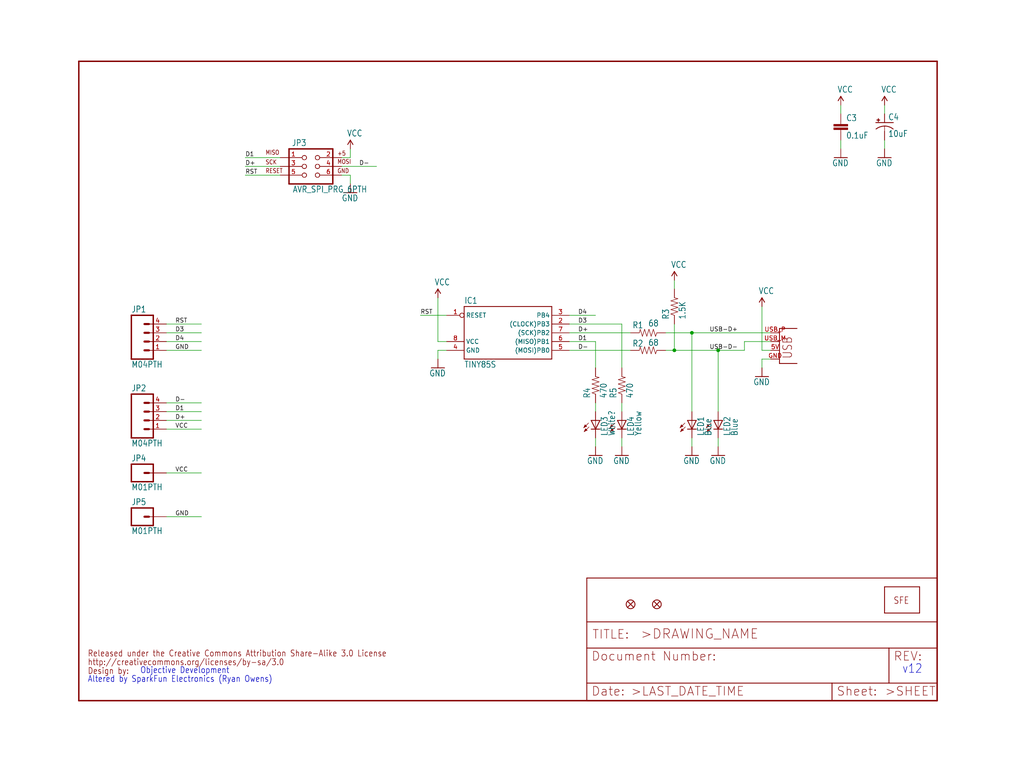
<source format=kicad_sch>
(kicad_sch (version 20211123) (generator eeschema)
  (paper "User" 297.002 223.926)
  (lib_symbols
    (symbol "eagleSchem-eagle-import:AVR_SPI_PRG_6PTH"
      (property "Value" "AVR_SPI_PRG_6PTH" (at -4.064 -7.62 0))
      (symbol "AVR_SPI_PRG_6PTH_1_0"
        (polyline (pts (xy -5.08 -5.08) (xy 7.62 -5.08)) (stroke (width 0.4064)))
        (polyline (pts (xy -5.08 5.08) (xy -5.08 -5.08)) (stroke (width 0.4064)))
        (polyline (pts (xy 7.62 -5.08) (xy 7.62 5.08)) (stroke (width 0.4064)))
        (polyline (pts (xy 7.62 5.08) (xy -5.08 5.08)) (stroke (width 0.4064)))
        (text "+5" (at 8.89 3.048 0) (effects (font (size 1.27 1.0795)) (justify left bottom)))
        (text "GND" (at 8.89 -2.032 0) (effects (font (size 1.27 1.0795)) (justify left bottom)))
        (text "MISO" (at -11.938 3.302 0) (effects (font (size 1.27 1.0795)) (justify left bottom)))
        (text "MOSI" (at 8.89 0.635 0) (effects (font (size 1.27 1.0795)) (justify left bottom)))
        (text "RESET" (at -11.938 -2.032 0) (effects (font (size 1.27 1.0795)) (justify left bottom)))
        (text "SCK" (at -11.938 0.508 0) (effects (font (size 1.27 1.0795)) (justify left bottom)))
        (pin passive inverted (at -7.62 2.54 0) (length 7.62) (name "1") (number "1"))
        (pin passive inverted (at 10.16 2.54 180) (length 7.62) (name "2") (number "2"))
        (pin passive inverted (at -7.62 0 0) (length 7.62) (name "3") (number "3"))
        (pin passive inverted (at 10.16 0 180) (length 7.62) (name "4") (number "4"))
        (pin passive inverted (at -7.62 -2.54 0) (length 7.62) (name "5") (number "5"))
        (pin passive inverted (at 10.16 -2.54 180) (length 7.62) (name "6") (number "6"))
      )
    )
    (symbol "eagleSchem-eagle-import:CAP0402-CAP"
      (property "Reference" "C" (at 1.524 2.921 0))
      (property "Value" "CAP0402-CAP" (at 1.524 -2.159 0))
      (symbol "CAP0402-CAP_1_0"
        (rectangle (start -2.032 0.508) (end 2.032 1.016) (fill (type outline)))
        (rectangle (start -2.032 1.524) (end 2.032 2.032) (fill (type outline)))
        (polyline (pts (xy 0 0) (xy 0 0.508)) (stroke (width 0.1524)))
        (polyline (pts (xy 0 2.54) (xy 0 2.032)) (stroke (width 0.1524)))
        (pin passive line (at 0 5.08 270) (length 2.54) (name "1") (number "1"))
        (pin passive line (at 0 -2.54 90) (length 2.54) (name "2") (number "2"))
      )
    )
    (symbol "eagleSchem-eagle-import:CAP_POL1206"
      (property "Reference" "C" (at 1.016 0.635 0))
      (property "Value" "CAP_POL1206" (at 1.016 -4.191 0))
      (symbol "CAP_POL1206_1_0"
        (rectangle (start -2.253 0.668) (end -1.364 0.795) (fill (type outline)))
        (rectangle (start -1.872 0.287) (end -1.745 1.176) (fill (type outline)))
        (arc (start 0 -1.0161) (mid -1.3021 -1.2302) (end -2.4669 -1.8504) (stroke (width 0.254)))
        (polyline (pts (xy -2.54 0) (xy 2.54 0)) (stroke (width 0.254)))
        (polyline (pts (xy 0 -1.016) (xy 0 -2.54)) (stroke (width 0.1524)))
        (arc (start 2.4892 -1.8542) (mid 1.3158 -1.2195) (end 0 -1) (stroke (width 0.254)))
        (pin passive line (at 0 2.54 270) (length 2.54) (name "+") (number "A"))
        (pin passive line (at 0 -5.08 90) (length 2.54) (name "-") (number "C"))
      )
    )
    (symbol "eagleSchem-eagle-import:CREATIVE_COMMONS"
      (symbol "CREATIVE_COMMONS_1_0"
        (text "Design by:" (at 0 0 0) (effects (font (size 1.778 1.5113)) (justify left bottom)))
        (text "http://creativecommons.org/licenses/by-sa/3.0" (at 0 2.54 0) (effects (font (size 1.778 1.5113)) (justify left bottom)))
        (text "Released under the Creative Commons Attribution Share-Alike 3.0 License" (at 0 5.08 0) (effects (font (size 1.778 1.5113)) (justify left bottom)))
      )
    )
    (symbol "eagleSchem-eagle-import:FIDUCIAL1X2"
      (symbol "FIDUCIAL1X2_1_0"
        (polyline (pts (xy -0.762 0.762) (xy 0.762 -0.762)) (stroke (width 0.254)))
        (polyline (pts (xy 0.762 0.762) (xy -0.762 -0.762)) (stroke (width 0.254)))
        (circle (center 0 0) (radius 1.27) (stroke (width 0.254)))
      )
    )
    (symbol "eagleSchem-eagle-import:FRAME-LETTER"
      (symbol "FRAME-LETTER_1_0"
        (polyline (pts (xy 0 0) (xy 248.92 0)) (stroke (width 0.4064)))
        (polyline (pts (xy 0 185.42) (xy 0 0)) (stroke (width 0.4064)))
        (polyline (pts (xy 0 185.42) (xy 248.92 185.42)) (stroke (width 0.4064)))
        (polyline (pts (xy 248.92 185.42) (xy 248.92 0)) (stroke (width 0.4064)))
      )
      (symbol "FRAME-LETTER_2_0"
        (polyline (pts (xy 0 0) (xy 0 5.08)) (stroke (width 0.254)))
        (polyline (pts (xy 0 0) (xy 71.12 0)) (stroke (width 0.254)))
        (polyline (pts (xy 0 5.08) (xy 0 15.24)) (stroke (width 0.254)))
        (polyline (pts (xy 0 5.08) (xy 71.12 5.08)) (stroke (width 0.254)))
        (polyline (pts (xy 0 15.24) (xy 0 22.86)) (stroke (width 0.254)))
        (polyline (pts (xy 0 22.86) (xy 0 35.56)) (stroke (width 0.254)))
        (polyline (pts (xy 0 22.86) (xy 101.6 22.86)) (stroke (width 0.254)))
        (polyline (pts (xy 71.12 0) (xy 101.6 0)) (stroke (width 0.254)))
        (polyline (pts (xy 71.12 5.08) (xy 71.12 0)) (stroke (width 0.254)))
        (polyline (pts (xy 71.12 5.08) (xy 87.63 5.08)) (stroke (width 0.254)))
        (polyline (pts (xy 87.63 5.08) (xy 101.6 5.08)) (stroke (width 0.254)))
        (polyline (pts (xy 87.63 15.24) (xy 0 15.24)) (stroke (width 0.254)))
        (polyline (pts (xy 87.63 15.24) (xy 87.63 5.08)) (stroke (width 0.254)))
        (polyline (pts (xy 101.6 5.08) (xy 101.6 0)) (stroke (width 0.254)))
        (polyline (pts (xy 101.6 15.24) (xy 87.63 15.24)) (stroke (width 0.254)))
        (polyline (pts (xy 101.6 15.24) (xy 101.6 5.08)) (stroke (width 0.254)))
        (polyline (pts (xy 101.6 22.86) (xy 101.6 15.24)) (stroke (width 0.254)))
        (polyline (pts (xy 101.6 35.56) (xy 0 35.56)) (stroke (width 0.254)))
        (polyline (pts (xy 101.6 35.56) (xy 101.6 22.86)) (stroke (width 0.254)))
        (text ">DRAWING_NAME" (at 15.494 17.78 0) (effects (font (size 2.7432 2.7432)) (justify left bottom)))
        (text ">LAST_DATE_TIME" (at 12.7 1.27 0) (effects (font (size 2.54 2.54)) (justify left bottom)))
        (text ">SHEET" (at 86.36 1.27 0) (effects (font (size 2.54 2.54)) (justify left bottom)))
        (text "Date:" (at 1.27 1.27 0) (effects (font (size 2.54 2.54)) (justify left bottom)))
        (text "Document Number:" (at 1.27 11.43 0) (effects (font (size 2.54 2.54)) (justify left bottom)))
        (text "REV:" (at 88.9 11.43 0) (effects (font (size 2.54 2.54)) (justify left bottom)))
        (text "Sheet:" (at 72.39 1.27 0) (effects (font (size 2.54 2.54)) (justify left bottom)))
        (text "TITLE:" (at 1.524 17.78 0) (effects (font (size 2.54 2.54)) (justify left bottom)))
      )
    )
    (symbol "eagleSchem-eagle-import:GND" (power)
      (property "Value" "GND" (at -2.54 -2.54 0))
      (symbol "GND_1_0"
        (polyline (pts (xy -1.905 0) (xy 1.905 0)) (stroke (width 0.254)))
        (pin power_in line (at 0 2.54 270) (length 2.54) (name "GND") (number "1"))
      )
    )
    (symbol "eagleSchem-eagle-import:LED0603"
      (property "Reference" "LED" (at 3.556 -4.572 90))
      (property "Value" "LED0603" (at 5.715 -4.572 90))
      (symbol "LED0603_1_0"
        (polyline (pts (xy -2.032 -0.762) (xy -3.429 -2.159)) (stroke (width 0.1524)))
        (polyline (pts (xy -1.905 -1.905) (xy -3.302 -3.302)) (stroke (width 0.1524)))
        (polyline (pts (xy 0 -2.54) (xy -1.27 -2.54)) (stroke (width 0.254)))
        (polyline (pts (xy 0 -2.54) (xy -1.27 0)) (stroke (width 0.254)))
        (polyline (pts (xy 0 0) (xy -1.27 0)) (stroke (width 0.254)))
        (polyline (pts (xy 0 0) (xy 0 -2.54)) (stroke (width 0.1524)))
        (polyline (pts (xy 1.27 -2.54) (xy 0 -2.54)) (stroke (width 0.254)))
        (polyline (pts (xy 1.27 0) (xy 0 -2.54)) (stroke (width 0.254)))
        (polyline (pts (xy 1.27 0) (xy 0 0)) (stroke (width 0.254)))
        (polyline (pts (xy -3.429 -2.159) (xy -3.048 -1.27) (xy -2.54 -1.778)) (fill (type outline)))
        (polyline (pts (xy -3.302 -3.302) (xy -2.921 -2.413) (xy -2.413 -2.921)) (fill (type outline)))
        (pin passive line (at 0 2.54 270) (length 2.54) (name "A") (number "A"))
        (pin passive line (at 0 -5.08 90) (length 2.54) (name "C") (number "C"))
      )
    )
    (symbol "eagleSchem-eagle-import:LOGO-SFESK"
      (symbol "LOGO-SFESK_1_0"
        (polyline (pts (xy -2.54 -2.54) (xy 7.62 -2.54)) (stroke (width 0.254)))
        (polyline (pts (xy -2.54 5.08) (xy -2.54 -2.54)) (stroke (width 0.254)))
        (polyline (pts (xy 7.62 -2.54) (xy 7.62 5.08)) (stroke (width 0.254)))
        (polyline (pts (xy 7.62 5.08) (xy -2.54 5.08)) (stroke (width 0.254)))
        (text "SFE" (at 0 0 0) (effects (font (size 1.9304 1.6408)) (justify left bottom)))
      )
    )
    (symbol "eagleSchem-eagle-import:M01PTH"
      (property "Reference" "JP" (at -2.54 3.302 0))
      (property "Value" "M01PTH" (at -2.54 -5.08 0))
      (symbol "M01PTH_1_0"
        (polyline (pts (xy -2.54 2.54) (xy -2.54 -2.54)) (stroke (width 0.4064)))
        (polyline (pts (xy -2.54 2.54) (xy 3.81 2.54)) (stroke (width 0.4064)))
        (polyline (pts (xy 1.27 0) (xy 2.54 0)) (stroke (width 0.6096)))
        (polyline (pts (xy 3.81 -2.54) (xy -2.54 -2.54)) (stroke (width 0.4064)))
        (polyline (pts (xy 3.81 -2.54) (xy 3.81 2.54)) (stroke (width 0.4064)))
        (pin passive line (at 7.62 0 180) (length 5.08) (name "1") (number "1"))
      )
    )
    (symbol "eagleSchem-eagle-import:M04PTH"
      (property "Reference" "JP" (at -5.08 8.382 0))
      (property "Value" "M04PTH" (at -5.08 -7.62 0))
      (symbol "M04PTH_1_0"
        (polyline (pts (xy -5.08 7.62) (xy -5.08 -5.08)) (stroke (width 0.4064)))
        (polyline (pts (xy -5.08 7.62) (xy 1.27 7.62)) (stroke (width 0.4064)))
        (polyline (pts (xy -1.27 -2.54) (xy 0 -2.54)) (stroke (width 0.6096)))
        (polyline (pts (xy -1.27 0) (xy 0 0)) (stroke (width 0.6096)))
        (polyline (pts (xy -1.27 2.54) (xy 0 2.54)) (stroke (width 0.6096)))
        (polyline (pts (xy -1.27 5.08) (xy 0 5.08)) (stroke (width 0.6096)))
        (polyline (pts (xy 1.27 -5.08) (xy -5.08 -5.08)) (stroke (width 0.4064)))
        (polyline (pts (xy 1.27 -5.08) (xy 1.27 7.62)) (stroke (width 0.4064)))
        (pin passive line (at 5.08 -2.54 180) (length 5.08) (name "1") (number "1"))
        (pin passive line (at 5.08 0 180) (length 5.08) (name "2") (number "2"))
        (pin passive line (at 5.08 2.54 180) (length 5.08) (name "3") (number "3"))
        (pin passive line (at 5.08 5.08 180) (length 5.08) (name "4") (number "4"))
      )
    )
    (symbol "eagleSchem-eagle-import:RESISTOR0402-RES"
      (property "Reference" "R" (at -3.81 1.4986 0))
      (property "Value" "RESISTOR0402-RES" (at -3.81 -3.302 0))
      (symbol "RESISTOR0402-RES_1_0"
        (polyline (pts (xy -2.54 0) (xy -2.159 1.016)) (stroke (width 0.1524)))
        (polyline (pts (xy -2.159 1.016) (xy -1.524 -1.016)) (stroke (width 0.1524)))
        (polyline (pts (xy -1.524 -1.016) (xy -0.889 1.016)) (stroke (width 0.1524)))
        (polyline (pts (xy -0.889 1.016) (xy -0.254 -1.016)) (stroke (width 0.1524)))
        (polyline (pts (xy -0.254 -1.016) (xy 0.381 1.016)) (stroke (width 0.1524)))
        (polyline (pts (xy 0.381 1.016) (xy 1.016 -1.016)) (stroke (width 0.1524)))
        (polyline (pts (xy 1.016 -1.016) (xy 1.651 1.016)) (stroke (width 0.1524)))
        (polyline (pts (xy 1.651 1.016) (xy 2.286 -1.016)) (stroke (width 0.1524)))
        (polyline (pts (xy 2.286 -1.016) (xy 2.54 0)) (stroke (width 0.1524)))
        (pin passive line (at -5.08 0 0) (length 2.54) (name "1") (number "1"))
        (pin passive line (at 5.08 0 180) (length 2.54) (name "2") (number "2"))
      )
    )
    (symbol "eagleSchem-eagle-import:TINY85S"
      (property "Reference" "IC" (at -12.7 8.382 0))
      (property "Value" "TINY85S" (at -12.7 -10.16 0))
      (symbol "TINY85S_1_0"
        (polyline (pts (xy -12.7 -7.62) (xy 12.7 -7.62)) (stroke (width 0.254)))
        (polyline (pts (xy -12.7 7.62) (xy -12.7 -7.62)) (stroke (width 0.254)))
        (polyline (pts (xy 12.7 -7.62) (xy 12.7 7.62)) (stroke (width 0.254)))
        (polyline (pts (xy 12.7 7.62) (xy -12.7 7.62)) (stroke (width 0.254)))
        (pin input inverted (at -17.78 5.08 0) (length 5.08) (name "RESET") (number "1"))
        (pin bidirectional line (at 17.78 2.54 180) (length 5.08) (name "(CLOCK)PB3") (number "2"))
        (pin bidirectional line (at 17.78 5.08 180) (length 5.08) (name "PB4") (number "3"))
        (pin power_in line (at -17.78 -5.08 0) (length 5.08) (name "GND") (number "4"))
        (pin bidirectional line (at 17.78 -5.08 180) (length 5.08) (name "(MOSI)PB0") (number "5"))
        (pin bidirectional line (at 17.78 -2.54 180) (length 5.08) (name "(MISO)PB1") (number "6"))
        (pin bidirectional line (at 17.78 0 180) (length 5.08) (name "(SCK)PB2") (number "7"))
        (pin power_in line (at -17.78 -2.54 0) (length 5.08) (name "VCC") (number "8"))
      )
    )
    (symbol "eagleSchem-eagle-import:USBPCB"
      (symbol "USBPCB_1_0"
        (polyline (pts (xy 0 -1.27) (xy 5.08 -1.27)) (stroke (width 0.254)))
        (polyline (pts (xy 0 8.89) (xy 0 -1.27)) (stroke (width 0.254)))
        (polyline (pts (xy 5.08 8.89) (xy 0 8.89)) (stroke (width 0.254)))
        (text "USB" (at 3.81 0 900) (effects (font (size 2.54 2.159)) (justify left bottom)))
        (pin bidirectional line (at -2.54 2.54 0) (length 2.54) (name "VBUS") (number "5V"))
        (pin bidirectional line (at -2.54 0 0) (length 2.54) (name "GND") (number "GND"))
        (pin bidirectional line (at -2.54 5.08 0) (length 2.54) (name "D-") (number "USB_M"))
        (pin bidirectional line (at -2.54 7.62 0) (length 2.54) (name "D+") (number "USB_P"))
      )
    )
    (symbol "eagleSchem-eagle-import:VCC" (power)
      (property "Value" "VCC" (at -1.016 3.556 0))
      (symbol "VCC_1_0"
        (polyline (pts (xy 0 2.54) (xy -0.762 1.27)) (stroke (width 0.254)))
        (polyline (pts (xy 0.762 1.27) (xy 0 2.54)) (stroke (width 0.254)))
        (pin power_in line (at 0 0 90) (length 2.54) (name "VCC") (number "1"))
      )
    )
  )
  (junction (at 200.66 96.52))
  (junction (at 208.28 101.6))
  (junction (at 195.58 101.6))
  (wire (pts (xy 180.34 119.38) (xy 180.34 116.84)))
  (wire (pts (xy 48.26 116.84) (xy 58.42 116.84)))
  (wire (pts (xy 81.28 48.26) (xy 71.12 48.26)))
  (wire (pts (xy 129.54 101.6) (xy 127 101.6)))
  (wire (pts (xy 195.58 101.6) (xy 195.58 93.98)))
  (wire (pts (xy 200.66 129.54) (xy 200.66 127)))
  (wire (pts (xy 208.28 101.6) (xy 215.9 101.6)))
  (wire (pts (xy 200.66 119.38) (xy 200.66 96.52)))
  (wire (pts (xy 127 104.14) (xy 127 101.6)))
  (wire (pts (xy 215.9 99.06) (xy 215.9 101.6)))
  (wire (pts (xy 129.54 99.06) (xy 127 99.06)))
  (wire (pts (xy 101.6 50.8) (xy 101.6 53.34)))
  (wire (pts (xy 172.72 129.54) (xy 172.72 127)))
  (wire (pts (xy 48.26 149.86) (xy 58.42 149.86)))
  (wire (pts (xy 223.52 104.14) (xy 220.98 104.14)))
  (wire (pts (xy 195.58 101.6) (xy 208.28 101.6)))
  (wire (pts (xy 172.72 99.06) (xy 172.72 106.68)))
  (wire (pts (xy 208.28 119.38) (xy 208.28 101.6)))
  (wire (pts (xy 172.72 119.38) (xy 172.72 116.84)))
  (wire (pts (xy 182.88 101.6) (xy 165.1 101.6)))
  (wire (pts (xy 165.1 93.98) (xy 180.34 93.98)))
  (wire (pts (xy 243.84 33.02) (xy 243.84 30.48)))
  (wire (pts (xy 193.04 96.52) (xy 200.66 96.52)))
  (wire (pts (xy 101.6 45.72) (xy 101.6 43.18)))
  (wire (pts (xy 99.06 45.72) (xy 101.6 45.72)))
  (wire (pts (xy 180.34 93.98) (xy 180.34 106.68)))
  (wire (pts (xy 99.06 48.26) (xy 109.22 48.26)))
  (wire (pts (xy 165.1 91.44) (xy 172.72 91.44)))
  (wire (pts (xy 243.84 43.18) (xy 243.84 40.64)))
  (wire (pts (xy 256.54 33.02) (xy 256.54 30.48)))
  (wire (pts (xy 256.54 43.18) (xy 256.54 40.64)))
  (wire (pts (xy 165.1 99.06) (xy 172.72 99.06)))
  (wire (pts (xy 81.28 50.8) (xy 71.12 50.8)))
  (wire (pts (xy 223.52 99.06) (xy 215.9 99.06)))
  (wire (pts (xy 220.98 104.14) (xy 220.98 106.68)))
  (wire (pts (xy 195.58 81.28) (xy 195.58 83.82)))
  (wire (pts (xy 223.52 101.6) (xy 220.98 101.6)))
  (wire (pts (xy 220.98 101.6) (xy 220.98 88.9)))
  (wire (pts (xy 48.26 124.46) (xy 58.42 124.46)))
  (wire (pts (xy 208.28 129.54) (xy 208.28 127)))
  (wire (pts (xy 48.26 93.98) (xy 58.42 93.98)))
  (wire (pts (xy 200.66 96.52) (xy 223.52 96.52)))
  (wire (pts (xy 99.06 50.8) (xy 101.6 50.8)))
  (wire (pts (xy 165.1 96.52) (xy 182.88 96.52)))
  (wire (pts (xy 48.26 96.52) (xy 58.42 96.52)))
  (wire (pts (xy 180.34 129.54) (xy 180.34 127)))
  (wire (pts (xy 48.26 101.6) (xy 58.42 101.6)))
  (wire (pts (xy 48.26 99.06) (xy 58.42 99.06)))
  (wire (pts (xy 193.04 101.6) (xy 195.58 101.6)))
  (wire (pts (xy 129.54 91.44) (xy 121.92 91.44)))
  (wire (pts (xy 127 99.06) (xy 127 86.36)))
  (wire (pts (xy 48.26 121.92) (xy 58.42 121.92)))
  (wire (pts (xy 48.26 137.16) (xy 58.42 137.16)))
  (wire (pts (xy 81.28 45.72) (xy 71.12 45.72)))
  (wire (pts (xy 48.26 119.38) (xy 58.42 119.38)))
  (text "Altered by SparkFun Electronics (Ryan Owens)" (at 25.4 198.12 180) (effects (font (size 1.778 1.5113)) (justify left bottom)))
  (text "v12" (at 261.62 195.58 180) (effects (font (size 2.54 2.159)) (justify left bottom)))
  (text "Objective Development" (at 40.64 195.58 180) (effects (font (size 1.778 1.5113)) (justify left bottom)))
  (label "RST" (at 50.8 93.98 0) (effects (font (size 1.2446 1.2446))))
  (label "VCC" (at 50.8 124.46 0) (effects (font (size 1.2446 1.2446))))
  (label "GND" (at 50.8 149.86 0) (effects (font (size 1.2446 1.2446))))
  (label "D+" (at 50.8 121.92 0) (effects (font (size 1.2446 1.2446))))
  (label "D-" (at 104.14 48.26 0) (effects (font (size 1.2446 1.2446))))
  (label "VCC" (at 50.8 137.16 0) (effects (font (size 1.2446 1.2446))))
  (label "GND" (at 50.8 101.6 0) (effects (font (size 1.2446 1.2446))))
  (label "D1" (at 167.64 99.06 0) (effects (font (size 1.2446 1.2446))))
  (label "USB-D+" (at 205.74 96.52 0) (effects (font (size 1.2446 1.2446))))
  (label "RST" (at 121.92 91.44 0) (effects (font (size 1.2446 1.2446))))
  (label "USB-D-" (at 205.74 101.6 0) (effects (font (size 1.2446 1.2446))))
  (label "D1" (at 71.12 45.72 0) (effects (font (size 1.2446 1.2446))))
  (label "D3" (at 50.8 96.52 0) (effects (font (size 1.2446 1.2446))))
  (label "D+" (at 167.64 96.52 0) (effects (font (size 1.2446 1.2446))))
  (label "RST" (at 71.12 50.8 0) (effects (font (size 1.2446 1.2446))))
  (label "D4" (at 167.64 91.44 0) (effects (font (size 1.2446 1.2446))))
  (label "D+" (at 71.12 48.26 0) (effects (font (size 1.2446 1.2446))))
  (label "D-" (at 50.8 116.84 0) (effects (font (size 1.2446 1.2446))))
  (label "D4" (at 50.8 99.06 0) (effects (font (size 1.2446 1.2446))))
  (label "D-" (at 167.64 101.6 0) (effects (font (size 1.2446 1.2446))))
  (label "D3" (at 167.64 93.98 0) (effects (font (size 1.2446 1.2446))))
  (label "D1" (at 50.8 119.38 0) (effects (font (size 1.2446 1.2446))))
  (symbol (lib_id "eagleSchem-eagle-import:GND") (at 172.72 132.08 0) (unit 1)
    (property "Reference" "#GND8" (effects hide))
    (property "Value" "GND" (at 170.18 134.62 0) (effects (font (size 1.778 1.5113)) (justify left bottom)))
    (property "Footprint" "eagleSchem:" (effects hide))
  )
  (symbol (lib_id "eagleSchem-eagle-import:LED0603") (at 208.28 121.92 0) (unit 1)
    (property "Reference" "LED2" (at 211.836 126.492 90) (effects (font (size 1.778 1.5113)) (justify left bottom)))
    (property "Value" "Blue" (at 213.995 126.492 90) (effects (font (size 1.778 1.5113)) (justify left bottom)))
    (property "Footprint" "eagleSchem:LED-0603" (effects hide))
  )
  (symbol (lib_id "eagleSchem-eagle-import:VCC") (at 220.98 88.9 0) (unit 1)
    (property "Reference" "#P+1" (effects hide))
    (property "Value" "VCC" (at 219.964 85.344 0) (effects (font (size 1.778 1.5113)) (justify left bottom)))
    (property "Footprint" "eagleSchem:" (effects hide))
  )
  (symbol (lib_id "eagleSchem-eagle-import:LED0603") (at 180.34 121.92 0) (unit 1)
    (property "Reference" "LED4" (at 183.896 126.492 90) (effects (font (size 1.778 1.5113)) (justify left bottom)))
    (property "Value" "Yellow" (at 186.055 126.492 90) (effects (font (size 1.778 1.5113)) (justify left bottom)))
    (property "Footprint" "eagleSchem:LED-0603" (effects hide))
  )
  (symbol (lib_id "eagleSchem-eagle-import:M01PTH") (at 40.64 137.16 0) (unit 1)
    (property "Reference" "JP4" (at 38.1 133.858 0) (effects (font (size 1.778 1.5113)) (justify left bottom)))
    (property "Value" "M01PTH" (at 38.1 142.24 0) (effects (font (size 1.778 1.5113)) (justify left bottom)))
    (property "Footprint" "eagleSchem:1X01" (effects hide))
  )
  (symbol (lib_id "eagleSchem-eagle-import:TINY85S") (at 147.32 96.52 0) (unit 1)
    (property "Reference" "IC1" (at 134.62 88.138 0) (effects (font (size 1.778 1.5113)) (justify left bottom)))
    (property "Value" "TINY85S" (at 134.62 106.68 0) (effects (font (size 1.778 1.5113)) (justify left bottom)))
    (property "Footprint" "eagleSchem:SOIC8" (effects hide))
  )
  (symbol (lib_id "eagleSchem-eagle-import:FRAME-LETTER") (at 170.18 203.2 0) (unit 2)
    (property "Reference" "#FRAME2" (effects hide))
    (property "Value" "FRAME-LETTER" (effects hide))
    (property "Footprint" "eagleSchem:" (effects hide))
  )
  (symbol (lib_id "eagleSchem-eagle-import:AVR_SPI_PRG_6PTH") (at 88.9 48.26 0) (unit 1)
    (property "Reference" "JP3" (at 84.582 42.418 0) (effects (font (size 1.778 1.5113)) (justify left bottom)))
    (property "Value" "AVR_SPI_PRG_6PTH" (at 84.836 55.88 0) (effects (font (size 1.778 1.5113)) (justify left bottom)))
    (property "Footprint" "eagleSchem:2X3" (effects hide))
  )
  (symbol (lib_id "eagleSchem-eagle-import:M01PTH") (at 40.64 149.86 0) (unit 1)
    (property "Reference" "JP5" (at 38.1 146.558 0) (effects (font (size 1.778 1.5113)) (justify left bottom)))
    (property "Value" "M01PTH" (at 38.1 154.94 0) (effects (font (size 1.778 1.5113)) (justify left bottom)))
    (property "Footprint" "eagleSchem:1X01" (effects hide))
  )
  (symbol (lib_id "eagleSchem-eagle-import:RESISTOR0402-RES") (at 180.34 111.76 90) (unit 1)
    (property "Reference" "R5" (at 178.8414 115.57 0) (effects (font (size 1.778 1.5113)) (justify left bottom)))
    (property "Value" "470" (at 183.642 115.57 0) (effects (font (size 1.778 1.5113)) (justify left bottom)))
    (property "Footprint" "eagleSchem:0402-RES" (effects hide))
  )
  (symbol (lib_id "eagleSchem-eagle-import:GND") (at 256.54 45.72 0) (unit 1)
    (property "Reference" "#GND6" (effects hide))
    (property "Value" "GND" (at 254 48.26 0) (effects (font (size 1.778 1.5113)) (justify left bottom)))
    (property "Footprint" "eagleSchem:" (effects hide))
  )
  (symbol (lib_id "eagleSchem-eagle-import:RESISTOR0402-RES") (at 187.96 101.6 180) (unit 1)
    (property "Reference" "R2" (at 183.388 100.584 0) (effects (font (size 1.778 1.5113)) (justify right top)))
    (property "Value" "68" (at 187.96 100.33 0) (effects (font (size 1.778 1.5113)) (justify right top)))
    (property "Footprint" "eagleSchem:0402-RES" (effects hide))
  )
  (symbol (lib_id "eagleSchem-eagle-import:FIDUCIAL1X2") (at 190.5 175.26 0) (unit 1)
    (property "Reference" "U$3" (effects hide))
    (property "Value" "FIDUCIAL1X2" (effects hide))
    (property "Footprint" "eagleSchem:FIDUCIAL-1X2" (effects hide))
  )
  (symbol (lib_id "eagleSchem-eagle-import:GND") (at 208.28 132.08 0) (unit 1)
    (property "Reference" "#GND2" (effects hide))
    (property "Value" "GND" (at 205.74 134.62 0) (effects (font (size 1.778 1.5113)) (justify left bottom)))
    (property "Footprint" "eagleSchem:" (effects hide))
  )
  (symbol (lib_id "eagleSchem-eagle-import:CAP_POL1206") (at 256.54 35.56 0) (unit 1)
    (property "Reference" "C4" (at 257.556 34.925 0) (effects (font (size 1.778 1.5113)) (justify left bottom)))
    (property "Value" "10uF" (at 257.556 39.751 0) (effects (font (size 1.778 1.5113)) (justify left bottom)))
    (property "Footprint" "eagleSchem:EIA3216" (effects hide))
  )
  (symbol (lib_id "eagleSchem-eagle-import:LED0603") (at 172.72 121.92 0) (unit 1)
    (property "Reference" "LED3" (at 176.276 126.492 90) (effects (font (size 1.778 1.5113)) (justify left bottom)))
    (property "Value" "White?" (at 178.435 126.492 90) (effects (font (size 1.778 1.5113)) (justify left bottom)))
    (property "Footprint" "eagleSchem:LED-0603" (effects hide))
  )
  (symbol (lib_id "eagleSchem-eagle-import:GND") (at 180.34 132.08 0) (unit 1)
    (property "Reference" "#GND4" (effects hide))
    (property "Value" "GND" (at 177.8 134.62 0) (effects (font (size 1.778 1.5113)) (justify left bottom)))
    (property "Footprint" "eagleSchem:" (effects hide))
  )
  (symbol (lib_id "eagleSchem-eagle-import:VCC") (at 195.58 81.28 0) (unit 1)
    (property "Reference" "#P+3" (effects hide))
    (property "Value" "VCC" (at 194.564 77.724 0) (effects (font (size 1.778 1.5113)) (justify left bottom)))
    (property "Footprint" "eagleSchem:" (effects hide))
  )
  (symbol (lib_id "eagleSchem-eagle-import:RESISTOR0402-RES") (at 195.58 88.9 90) (unit 1)
    (property "Reference" "R3" (at 194.0814 92.71 0) (effects (font (size 1.778 1.5113)) (justify left bottom)))
    (property "Value" "1.5K" (at 198.882 92.71 0) (effects (font (size 1.778 1.5113)) (justify left bottom)))
    (property "Footprint" "eagleSchem:0402-RES" (effects hide))
  )
  (symbol (lib_id "eagleSchem-eagle-import:VCC") (at 256.54 30.48 0) (unit 1)
    (property "Reference" "#P+4" (effects hide))
    (property "Value" "VCC" (at 255.524 26.924 0) (effects (font (size 1.778 1.5113)) (justify left bottom)))
    (property "Footprint" "eagleSchem:" (effects hide))
  )
  (symbol (lib_id "eagleSchem-eagle-import:LED0603") (at 200.66 121.92 0) (unit 1)
    (property "Reference" "LED1" (at 204.216 126.492 90) (effects (font (size 1.778 1.5113)) (justify left bottom)))
    (property "Value" "Blue" (at 206.375 126.492 90) (effects (font (size 1.778 1.5113)) (justify left bottom)))
    (property "Footprint" "eagleSchem:LED-0603" (effects hide))
  )
  (symbol (lib_id "eagleSchem-eagle-import:GND") (at 127 106.68 0) (unit 1)
    (property "Reference" "#GND3" (effects hide))
    (property "Value" "GND" (at 124.46 109.22 0) (effects (font (size 1.778 1.5113)) (justify left bottom)))
    (property "Footprint" "eagleSchem:" (effects hide))
  )
  (symbol (lib_id "eagleSchem-eagle-import:RESISTOR0402-RES") (at 187.96 96.52 180) (unit 1)
    (property "Reference" "R1" (at 183.388 95.25 0) (effects (font (size 1.778 1.5113)) (justify right top)))
    (property "Value" "68" (at 187.96 94.742 0) (effects (font (size 1.778 1.5113)) (justify right top)))
    (property "Footprint" "eagleSchem:0402-RES" (effects hide))
  )
  (symbol (lib_id "eagleSchem-eagle-import:FIDUCIAL1X2") (at 182.88 175.26 0) (unit 1)
    (property "Reference" "U$2" (effects hide))
    (property "Value" "FIDUCIAL1X2" (effects hide))
    (property "Footprint" "eagleSchem:FIDUCIAL-1X2" (effects hide))
  )
  (symbol (lib_id "eagleSchem-eagle-import:GND") (at 220.98 109.22 0) (unit 1)
    (property "Reference" "#GND7" (effects hide))
    (property "Value" "GND" (at 218.44 111.76 0) (effects (font (size 1.778 1.5113)) (justify left bottom)))
    (property "Footprint" "eagleSchem:" (effects hide))
  )
  (symbol (lib_id "eagleSchem-eagle-import:VCC") (at 101.6 43.18 0) (unit 1)
    (property "Reference" "#P+6" (effects hide))
    (property "Value" "VCC" (at 100.584 39.624 0) (effects (font (size 1.778 1.5113)) (justify left bottom)))
    (property "Footprint" "eagleSchem:" (effects hide))
  )
  (symbol (lib_id "eagleSchem-eagle-import:GND") (at 243.84 45.72 0) (unit 1)
    (property "Reference" "#GND5" (effects hide))
    (property "Value" "GND" (at 241.3 48.26 0) (effects (font (size 1.778 1.5113)) (justify left bottom)))
    (property "Footprint" "eagleSchem:" (effects hide))
  )
  (symbol (lib_id "eagleSchem-eagle-import:RESISTOR0402-RES") (at 172.72 111.76 90) (unit 1)
    (property "Reference" "R4" (at 171.2214 115.57 0) (effects (font (size 1.778 1.5113)) (justify left bottom)))
    (property "Value" "470" (at 176.022 115.57 0) (effects (font (size 1.778 1.5113)) (justify left bottom)))
    (property "Footprint" "eagleSchem:0402-RES" (effects hide))
  )
  (symbol (lib_id "eagleSchem-eagle-import:GND") (at 200.66 132.08 0) (unit 1)
    (property "Reference" "#GND1" (effects hide))
    (property "Value" "GND" (at 198.12 134.62 0) (effects (font (size 1.778 1.5113)) (justify left bottom)))
    (property "Footprint" "eagleSchem:" (effects hide))
  )
  (symbol (lib_id "eagleSchem-eagle-import:VCC") (at 127 86.36 0) (unit 1)
    (property "Reference" "#P+5" (effects hide))
    (property "Value" "VCC" (at 125.984 82.804 0) (effects (font (size 1.778 1.5113)) (justify left bottom)))
    (property "Footprint" "eagleSchem:" (effects hide))
  )
  (symbol (lib_id "eagleSchem-eagle-import:GND") (at 101.6 55.88 0) (unit 1)
    (property "Reference" "#GND9" (effects hide))
    (property "Value" "GND" (at 99.06 58.42 0) (effects (font (size 1.778 1.5113)) (justify left bottom)))
    (property "Footprint" "eagleSchem:" (effects hide))
  )
  (symbol (lib_id "eagleSchem-eagle-import:VCC") (at 243.84 30.48 0) (unit 1)
    (property "Reference" "#P+2" (effects hide))
    (property "Value" "VCC" (at 242.824 26.924 0) (effects (font (size 1.778 1.5113)) (justify left bottom)))
    (property "Footprint" "eagleSchem:" (effects hide))
  )
  (symbol (lib_id "eagleSchem-eagle-import:M04PTH") (at 43.18 121.92 0) (unit 1)
    (property "Reference" "JP2" (at 38.1 113.538 0) (effects (font (size 1.778 1.5113)) (justify left bottom)))
    (property "Value" "M04PTH" (at 38.1 129.54 0) (effects (font (size 1.778 1.5113)) (justify left bottom)))
    (property "Footprint" "eagleSchem:1X04" (effects hide))
  )
  (symbol (lib_id "eagleSchem-eagle-import:LOGO-SFESK") (at 259.08 175.26 0) (unit 1)
    (property "Reference" "U$1" (effects hide))
    (property "Value" "LOGO-SFESK" (effects hide))
    (property "Footprint" "eagleSchem:SFE-LOGO-FLAME" (effects hide))
  )
  (symbol (lib_id "eagleSchem-eagle-import:CREATIVE_COMMONS") (at 25.4 195.58 0) (unit 1)
    (property "Reference" "U$4" (effects hide))
    (property "Value" "CREATIVE_COMMONS" (effects hide))
    (property "Footprint" "eagleSchem:CREATIVE_COMMONS" (effects hide))
  )
  (symbol (lib_id "eagleSchem-eagle-import:CAP0402-CAP") (at 243.84 38.1 0) (unit 1)
    (property "Reference" "C3" (at 245.364 35.179 0) (effects (font (size 1.778 1.5113)) (justify left bottom)))
    (property "Value" "0.1uF" (at 245.364 40.259 0) (effects (font (size 1.778 1.5113)) (justify left bottom)))
    (property "Footprint" "eagleSchem:0402-CAP" (effects hide))
  )
  (symbol (lib_id "eagleSchem-eagle-import:USBPCB") (at 226.06 104.14 0) (unit 1)
    (property "Reference" "X1" (effects hide))
    (property "Value" "USBPCB" (effects hide))
    (property "Footprint" "eagleSchem:USB-A-PCB" (effects hide))
  )
  (symbol (lib_id "eagleSchem-eagle-import:FRAME-LETTER") (at 22.86 203.2 0) (unit 1)
    (property "Reference" "#FRAME2" (effects hide))
    (property "Value" "FRAME-LETTER" (effects hide))
    (property "Footprint" "eagleSchem:" (effects hide))
  )
  (symbol (lib_id "eagleSchem-eagle-import:M04PTH") (at 43.18 99.06 0) (unit 1)
    (property "Reference" "JP1" (at 38.1 90.678 0) (effects (font (size 1.778 1.5113)) (justify left bottom)))
    (property "Value" "M04PTH" (at 38.1 106.68 0) (effects (font (size 1.778 1.5113)) (justify left bottom)))
    (property "Footprint" "eagleSchem:1X04" (effects hide))
  )
)
</source>
